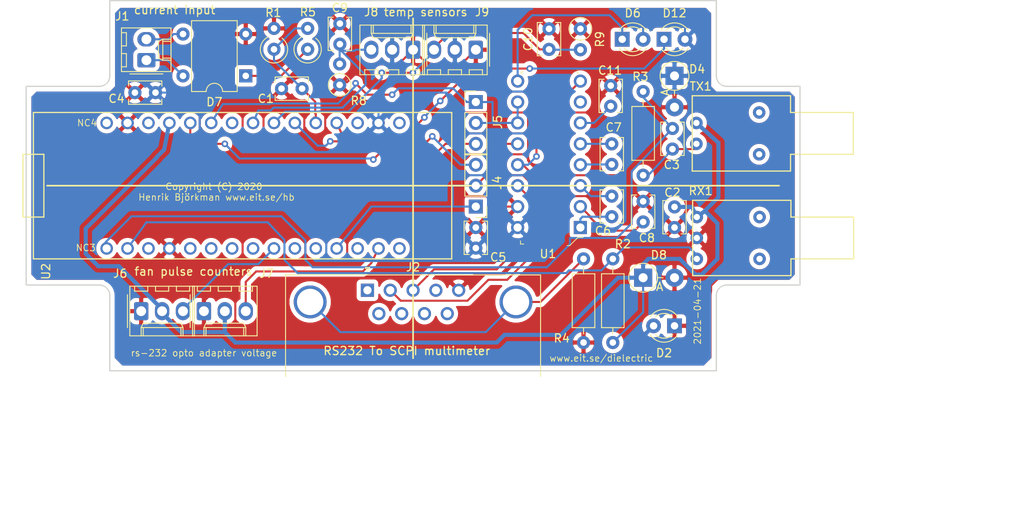
<source format=kicad_pcb>
(kicad_pcb (version 20171130) (host pcbnew 5.1.5+dfsg1-2build2)
  (layers (0 F.Cu signal) (31 B.Cu signal) (34 B.Paste user) (35 F.Paste user) (36 B.SilkS user) (37 F.SilkS user) (38 B.Mask user) (39 F.Mask user) (44 Edge.Cuts user))
  (net 0 "")
  (net 1 "Net-(C3-Pad1)")
  (net 2 "Net-(TX1-Pad3)")
  (net 3 "Net-(TX1-Pad4)")
  (net 4 "Net-(RX1-Pad4)")
  (net 5 "Net-(RX1-Pad5)")
  (net 6 "Net-(C3-Pad2)")
  (net 7 GND)
  (net 8 +5V)
  (net 9 "Net-(U2-Pad3)")
  (net 10 "Net-(U2-Pad10)")
  (net 11 "Net-(U2-Pad11)")
  (net 12 "Net-(J4-Pad1)")
  (net 13 "Net-(U2-Pad16)")
  (net 14 "Net-(J4-Pad3)")
  (net 15 "Net-(J5-Pad1)")
  (net 16 "Net-(J5-Pad3)")
  (net 17 "Net-(U2-Pad28)")
  (net 18 "Net-(C6-Pad2)")
  (net 19 "Net-(C8-Pad2)")
  (net 20 "Net-(C6-Pad1)")
  (net 21 "Net-(C7-Pad2)")
  (net 22 "Net-(C7-Pad1)")
  (net 23 "Net-(J2-Pad2)")
  (net 24 "Net-(J2-Pad3)")
  (net 25 "Net-(J2-Pad0)")
  (net 26 "Net-(J2-Pad1)")
  (net 27 "Net-(J2-Pad4)")
  (net 28 "Net-(J2-Pad6)")
  (net 29 "Net-(J2-Pad7)")
  (net 30 "Net-(J2-Pad8)")
  (net 31 "Net-(J2-Pad9)")
  (net 32 "Net-(J6-Pad3)")
  (net 33 "Net-(U1-Pad7)")
  (net 34 "Net-(D12-Pad1)")
  (net 35 +3V3)
  (net 36 "Net-(U2-Pad8)")
  (net 37 "Net-(J7-Pad3)")
  (net 38 "Net-(U2-Pad18)")
  (net 39 "Net-(U2-Pad5)")
  (net 40 "Net-(U2-Pad6)")
  (net 41 "Net-(U2-Pad7)")
  (net 42 "Net-(U2-Pad13)")
  (net 43 "Net-(U2-Pad15)")
  (net 44 "Net-(U2-Pad24)")
  (net 45 "Net-(D6-Pad1)")
  (net 46 "Net-(R2-Pad1)")
  (net 47 "Net-(C10-Pad2)")
  (net 48 "Net-(C9-Pad2)")
  (net 49 "Net-(D7-Pad4)")
  (net 50 "Net-(D7-Pad3)")
  (net 51 "Net-(U2-Pad30)")
  (net 52 "Net-(C1-Pad2)")
  (net 53 "Net-(C11-Pad2)")
  (net 54 "Net-(D7-Pad1)")
  (module Resistor_THT:R_Axial_DIN0309_L9.0mm_D3.2mm_P2.54mm_Vertical (layer F.Cu) (at 101.4984 72.3392 90)
    (fp_text reference R5 (at 4.5212 0.0254 180) (layer F.SilkS))
    (fp_text value 47)
    (pad 2 thru_hole oval (at 2.54 0 90) (size 1.6 1.6) (drill 0.8) (layers *.Cu *.Mask) (net 52 "Net-(C1-Pad2)"))
    (pad 1 thru_hole circle (at 0 0 90) (size 1.6 1.6) (drill 0.8) (layers *.Cu *.Mask) (net 54 "Net-(D7-Pad1)"))
  )
  (module Resistor_THT:R_Axial_DIN0309_L9.0mm_D3.2mm_P2.54mm_Vertical (layer F.Cu) (at 97.409 72.3392 90)
    (fp_text reference R1 (at 4.445 -0.0762 180) (layer F.SilkS))
    (fp_text value 47)
    (pad 2 thru_hole oval (at 2.54 0 90) (size 1.6 1.6) (drill 0.8) (layers *.Cu *.Mask) (net 7 GND))
    (pad 1 thru_hole circle (at 0 0 90) (size 1.6 1.6) (drill 0.8) (layers *.Cu *.Mask) (net 52 "Net-(C1-Pad2)"))
  )
  (module Resistor_THT:R_Axial_DIN0207_L6.3mm_D2.5mm_P10.16mm_Horizontal (layer F.Cu) (at 135.001 97.79 270)
    (fp_text reference R4 (at 9.652 2.6416) (layer F.SilkS))
    (fp_text value 1k)
    (pad 1 thru_hole circle (at 0 0 270) (size 1.6 1.6) (drill 0.8) (layers *.Cu *.Mask) (net 25 "Net-(J2-Pad0)"))
    (pad 2 thru_hole oval (at 10.16 0 270) (size 1.6 1.6) (drill 0.8) (layers *.Cu *.Mask) (net 7 GND))
  )
  (module Connector_Dsub:DSUB-9_Male_Horizontal_P2.77x2.84mm_EdgePinOffset7.70mm_Housed_MountingHolesOffset9.12mm (layer F.Cu) (at 108.76 101.6)
    (fp_text reference J2 (at 5.54 -2.8) (layer F.SilkS))
    (fp_text value DB9_Male_MountingHoles-Connector)
    (pad 1 thru_hole rect (at 0 0) (size 1.6 1.6) (drill 1) (layers *.Cu *.Mask) (net 26 "Net-(J2-Pad1)"))
    (pad 2 thru_hole circle (at 2.77 0) (size 1.6 1.6) (drill 1) (layers *.Cu *.Mask) (net 23 "Net-(J2-Pad2)"))
    (pad 3 thru_hole circle (at 5.54 0) (size 1.6 1.6) (drill 1) (layers *.Cu *.Mask) (net 24 "Net-(J2-Pad3)"))
    (pad 4 thru_hole circle (at 8.31 0) (size 1.6 1.6) (drill 1) (layers *.Cu *.Mask) (net 27 "Net-(J2-Pad4)"))
    (pad 5 thru_hole circle (at 11.08 0) (size 1.6 1.6) (drill 1) (layers *.Cu *.Mask) (net 7 GND))
    (pad 6 thru_hole circle (at 1.385 2.84) (size 1.6 1.6) (drill 1) (layers *.Cu *.Mask) (net 28 "Net-(J2-Pad6)"))
    (pad 7 thru_hole circle (at 4.155 2.84) (size 1.6 1.6) (drill 1) (layers *.Cu *.Mask) (net 29 "Net-(J2-Pad7)"))
    (pad 8 thru_hole circle (at 6.925 2.84) (size 1.6 1.6) (drill 1) (layers *.Cu *.Mask) (net 30 "Net-(J2-Pad8)"))
    (pad 9 thru_hole circle (at 9.695 2.84) (size 1.6 1.6) (drill 1) (layers *.Cu *.Mask) (net 31 "Net-(J2-Pad9)"))
    (pad 0 thru_hole circle (at -6.96 1.42) (size 4 4) (drill 3.2) (layers *.Cu *.Mask) (net 25 "Net-(J2-Pad0)"))
    (pad 0 thru_hole circle (at 18.04 1.42) (size 4 4) (drill 3.2) (layers *.Cu *.Mask) (net 25 "Net-(J2-Pad0)"))
  )
  (module Capacitor_THT:C_Disc_D3.8mm_W2.6mm_P2.50mm (layer F.Cu) (at 138.303 76.748 270)
    (fp_text reference C11 (at -1.8434 0.0762) (layer F.SilkS))
    (fp_text value "0.1 uF")
    (pad 1 thru_hole circle (at 0 0 270) (size 1.6 1.6) (drill 0.8) (layers *.Cu *.Mask) (net 7 GND))
    (pad 2 thru_hole circle (at 2.5 0 270) (size 1.6 1.6) (drill 0.8) (layers *.Cu *.Mask) (net 53 "Net-(C11-Pad2)"))
  )
  (module Capacitor_THT:C_Disc_D3.8mm_W2.6mm_P2.50mm (layer F.Cu) (at 98.3234 77.1144)
    (fp_text reference C1 (at -1.905 1.2192 180) (layer F.SilkS))
    (fp_text value "10 nF")
    (pad 1 thru_hole circle (at 0 0) (size 1.6 1.6) (drill 0.8) (layers *.Cu *.Mask) (net 7 GND))
    (pad 2 thru_hole circle (at 2.5 0) (size 1.6 1.6) (drill 0.8) (layers *.Cu *.Mask) (net 52 "Net-(C1-Pad2)"))
  )
  (module Connector_Molex:Molex_KK-254_AE-6410-02A_1x02_P2.54mm_Vertical (layer F.Cu) (at 81.915 73.66 90)
    (fp_text reference J1 (at 5.334 -2.921 180) (layer F.SilkS))
    (fp_text value Conn_01x02)
    (pad 1 thru_hole roundrect (at 0 0 90) (size 1.74 2.2) (drill 1.2) (layers *.Cu *.Mask) (roundrect_rratio 0.143678) (net 49 "Net-(D7-Pad4)"))
    (pad 2 thru_hole oval (at 2.54 0 90) (size 1.74 2.2) (drill 1.2) (layers *.Cu *.Mask) (net 50 "Net-(D7-Pad3)"))
  )
  (module Diode_THT:Diode_Bridge_DIP-4_W7.62mm_P5.08mm (layer F.Cu) (at 93.98 75.565 180)
    (fp_text reference D7 (at 3.81 -3.175 180) (layer F.SilkS))
    (fp_text value D_Bridge_+-AA)
    (pad 4 thru_hole oval (at 7.62 0 180) (size 1.6 1.6) (drill 0.8) (layers *.Cu *.Mask) (net 49 "Net-(D7-Pad4)"))
    (pad 2 thru_hole oval (at 0 5.08 180) (size 1.6 1.6) (drill 0.8) (layers *.Cu *.Mask) (net 7 GND))
    (pad 3 thru_hole oval (at 7.62 5.08 180) (size 1.6 1.6) (drill 0.8) (layers *.Cu *.Mask) (net 50 "Net-(D7-Pad3)"))
    (pad 1 thru_hole rect (at 0 0 180) (size 1.6 1.6) (drill 0.8) (layers *.Cu *.Mask) (net 54 "Net-(D7-Pad1)"))
  )
  (module Connector_Molex:Molex_KK-254_AE-6410-03A_1x03_P2.54mm_Vertical (layer F.Cu) (at 114.3 72.39 180)
    (fp_text reference J8 (at 5.08 4.572 180) (layer F.SilkS))
    (fp_text value Conn_01x03 hide)
    (pad 1 thru_hole roundrect (at 0 0 180) (size 1.74 2.2) (drill 1.2) (layers *.Cu *.Mask) (roundrect_rratio 0.143678) (net 7 GND))
    (pad 2 thru_hole oval (at 2.54 0 180) (size 1.74 2.2) (drill 1.2) (layers *.Cu *.Mask) (net 35 +3V3))
    (pad 3 thru_hole oval (at 5.08 0 180) (size 1.74 2.2) (drill 1.2) (layers *.Cu *.Mask) (net 48 "Net-(C9-Pad2)"))
  )
  (module Resistor_THT:R_Axial_DIN0207_L6.3mm_D2.5mm_P2.54mm_Vertical (layer F.Cu) (at 105.3846 76.6572 90)
    (fp_text reference R8 (at -1.9304 2.3114 180) (layer F.SilkS))
    (fp_text value 1k)
    (pad 2 thru_hole oval (at 2.54 0 90) (size 1.6 1.6) (drill 0.8) (layers *.Cu *.Mask) (net 48 "Net-(C9-Pad2)"))
    (pad 1 thru_hole circle (at 0 0 90) (size 1.6 1.6) (drill 0.8) (layers *.Cu *.Mask) (net 7 GND))
  )
  (module Resistor_THT:R_Axial_DIN0207_L6.3mm_D2.5mm_P2.54mm_Vertical (layer F.Cu) (at 134.62 69.85 270)
    (fp_text reference R9 (at 1.27 -2.37 270) (layer F.SilkS))
    (fp_text value 1k)
    (pad 1 thru_hole circle (at 0 0 270) (size 1.6 1.6) (drill 0.8) (layers *.Cu *.Mask) (net 7 GND))
    (pad 2 thru_hole oval (at 2.54 0 270) (size 1.6 1.6) (drill 0.8) (layers *.Cu *.Mask) (net 47 "Net-(C10-Pad2)"))
  )
  (module Capacitor_THT:C_Disc_D3.8mm_W2.6mm_P2.50mm (layer F.Cu) (at 130.81 69.85 270)
    (fp_text reference C10 (at 1.25 2.54 270) (layer F.SilkS))
    (fp_text value "0.1 uF")
    (pad 2 thru_hole circle (at 2.5 0 270) (size 1.6 1.6) (drill 0.8) (layers *.Cu *.Mask) (net 47 "Net-(C10-Pad2)"))
    (pad 1 thru_hole circle (at 0 0 270) (size 1.6 1.6) (drill 0.8) (layers *.Cu *.Mask) (net 7 GND))
  )
  (module Capacitor_THT:C_Disc_D3.8mm_W2.6mm_P2.50mm (layer F.Cu) (at 105.41 69.215 270)
    (fp_text reference C9 (at -1.905 0) (layer F.SilkS))
    (fp_text value "0.1 uF")
    (pad 1 thru_hole circle (at 0 0 270) (size 1.6 1.6) (drill 0.8) (layers *.Cu *.Mask) (net 7 GND))
    (pad 2 thru_hole circle (at 2.5 0 270) (size 1.6 1.6) (drill 0.8) (layers *.Cu *.Mask) (net 48 "Net-(C9-Pad2)"))
  )
  (module eit_footprints:nucleo_nano (layer F.Cu) (at 64.385 88.9 90)
    (fp_text reference U2 (at -10.414 5.334 90) (layer F.SilkS))
    (fp_text value nucleo_nano)
    (pad 1 thru_hole circle (at -7.62 12.7 90) (size 1.524 1.524) (drill 1) (layers *.Cu *.Mask) (net 6 "Net-(C3-Pad2)"))
    (pad 2 thru_hole circle (at -7.62 15.24 90) (size 1.524 1.524) (drill 1) (layers *.Cu *.Mask) (net 46 "Net-(R2-Pad1)"))
    (pad 3 thru_hole circle (at -7.62 17.78 90) (size 1.524 1.524) (drill 1) (layers *.Cu *.Mask) (net 9 "Net-(U2-Pad3)"))
    (pad 4 thru_hole circle (at -7.62 20.32 90) (size 1.524 1.524) (drill 1) (layers *.Cu *.Mask) (net 7 GND))
    (pad 5 thru_hole circle (at -7.62 22.86 90) (size 1.524 1.524) (drill 1) (layers *.Cu *.Mask) (net 39 "Net-(U2-Pad5)"))
    (pad 6 thru_hole circle (at -7.62 25.4 90) (size 1.524 1.524) (drill 1) (layers *.Cu *.Mask) (net 40 "Net-(U2-Pad6)"))
    (pad 7 thru_hole circle (at -7.62 27.94 90) (size 1.524 1.524) (drill 1) (layers *.Cu *.Mask) (net 41 "Net-(U2-Pad7)"))
    (pad 8 thru_hole circle (at -7.62 30.48 90) (size 1.524 1.524) (drill 1) (layers *.Cu *.Mask) (net 36 "Net-(U2-Pad8)"))
    (pad 9 thru_hole circle (at -7.62 33.02 90) (size 1.524 1.524) (drill 1) (layers *.Cu *.Mask) (net 32 "Net-(J6-Pad3)"))
    (pad 10 thru_hole circle (at -7.62 35.56 90) (size 1.524 1.524) (drill 1) (layers *.Cu *.Mask) (net 10 "Net-(U2-Pad10)"))
    (pad 11 thru_hole circle (at -7.62 38.1 90) (size 1.524 1.524) (drill 1) (layers *.Cu *.Mask) (net 11 "Net-(U2-Pad11)"))
    (pad 12 thru_hole circle (at -7.62 40.64 90) (size 1.524 1.524) (drill 1) (layers *.Cu *.Mask) (net 12 "Net-(J4-Pad1)"))
    (pad 13 thru_hole circle (at -7.62 43.18 90) (size 1.524 1.524) (drill 1) (layers *.Cu *.Mask) (net 42 "Net-(U2-Pad13)"))
    (pad 14 thru_hole circle (at -7.62 45.72 90) (size 1.524 1.524) (drill 1) (layers *.Cu *.Mask) (net 37 "Net-(J7-Pad3)"))
    (pad 15 thru_hole circle (at -7.62 48.26 90) (size 1.524 1.524) (drill 1) (layers *.Cu *.Mask) (net 43 "Net-(U2-Pad15)"))
    (pad 16 thru_hole circle (at 7.62 48.26 90) (size 1.524 1.524) (drill 1) (layers *.Cu *.Mask) (net 13 "Net-(U2-Pad16)"))
    (pad 17 thru_hole circle (at 7.62 45.72 90) (size 1.524 1.524) (drill 1) (layers *.Cu *.Mask) (net 35 +3V3))
    (pad 18 thru_hole circle (at 7.62 43.18 90) (size 1.524 1.524) (drill 1) (layers *.Cu *.Mask) (net 38 "Net-(U2-Pad18)"))
    (pad 19 thru_hole circle (at 7.62 40.64 90) (size 1.524 1.524) (drill 1) (layers *.Cu *.Mask) (net 34 "Net-(D12-Pad1)"))
    (pad 20 thru_hole circle (at 7.62 38.1 90) (size 1.524 1.524) (drill 1) (layers *.Cu *.Mask) (net 52 "Net-(C1-Pad2)"))
    (pad 21 thru_hole circle (at 7.62 35.56 90) (size 1.524 1.524) (drill 1) (layers *.Cu *.Mask) (net 14 "Net-(J4-Pad3)"))
    (pad 22 thru_hole circle (at 7.62 33.02 90) (size 1.524 1.524) (drill 1) (layers *.Cu *.Mask) (net 47 "Net-(C10-Pad2)"))
    (pad 23 thru_hole circle (at 7.62 30.48 90) (size 1.524 1.524) (drill 1) (layers *.Cu *.Mask) (net 48 "Net-(C9-Pad2)"))
    (pad 24 thru_hole circle (at 7.62 27.94 90) (size 1.524 1.524) (drill 1) (layers *.Cu *.Mask) (net 44 "Net-(U2-Pad24)"))
    (pad 25 thru_hole circle (at 7.62 25.4 90) (size 1.524 1.524) (drill 1) (layers *.Cu *.Mask) (net 15 "Net-(J5-Pad1)"))
    (pad 26 thru_hole circle (at 7.62 22.86 90) (size 1.524 1.524) (drill 1) (layers *.Cu *.Mask) (net 16 "Net-(J5-Pad3)"))
    (pad 27 thru_hole circle (at 7.62 20.32 90) (size 1.524 1.524) (drill 1) (layers *.Cu *.Mask) (net 8 +5V))
    (pad 28 thru_hole circle (at 7.62 17.78 90) (size 1.524 1.524) (drill 1) (layers *.Cu *.Mask) (net 17 "Net-(U2-Pad28)"))
    (pad 29 thru_hole circle (at 7.62 15.24 90) (size 1.524 1.524) (drill 1) (layers *.Cu *.Mask) (net 7 GND))
    (pad 30 thru_hole circle (at 7.62 12.7 90) (size 1.524 1.524) (drill 1) (layers *.Cu *.Mask) (net 51 "Net-(U2-Pad30)"))
  )
  (module eit_footprints:opto_transmitter_broadwell (layer F.Cu) (at 152.52 73.66)
    (fp_text reference TX1 (at -3.295 3.175) (layer F.SilkS))
    (fp_text value opto_transmitter_broadcom)
    (pad 1 thru_hole circle (at -3.81 7.62) (size 1.524 1.524) (drill 0.762) (layers *.Cu *.Mask) (net 8 +5V))
    (pad 2 thru_hole circle (at -3.81 10.16) (size 1.524 1.524) (drill 0.762) (layers *.Cu *.Mask) (net 1 "Net-(C3-Pad1)"))
    (pad 3 thru_hole circle (at 3.81 6.35) (size 1.524 1.524) (drill 0.762) (layers *.Cu *.Mask) (net 2 "Net-(TX1-Pad3)"))
    (pad 4 thru_hole circle (at 3.81 11.43) (size 1.524 1.524) (drill 0.762) (layers *.Cu *.Mask) (net 3 "Net-(TX1-Pad4)"))
  )
  (module Connector_Molex:Molex_KK-254_AE-6410-03A_1x03_P2.54mm_Vertical (layer F.Cu) (at 121.92 72.39 180)
    (fp_text reference J9 (at -0.762 4.572 180) (layer F.SilkS))
    (fp_text value Conn_01x03 hide)
    (pad 3 thru_hole oval (at 5.08 0 180) (size 1.74 2.2) (drill 1.2) (layers *.Cu *.Mask) (net 47 "Net-(C10-Pad2)"))
    (pad 2 thru_hole oval (at 2.54 0 180) (size 1.74 2.2) (drill 1.2) (layers *.Cu *.Mask) (net 35 +3V3))
    (pad 1 thru_hole roundrect (at 0 0 180) (size 1.74 2.2) (drill 1.2) (layers *.Cu *.Mask) (roundrect_rratio 0.143678) (net 7 GND))
  )
  (module Connector_Molex:Molex_KK-254_AE-6410-03A_1x03_P2.54mm_Vertical (layer F.Cu) (at 88.9 104.14)
    (fp_text reference J7 (at 7.62 -4.572) (layer F.SilkS))
    (fp_text value Conn_01x03 hide)
    (pad 3 thru_hole oval (at 5.08 0) (size 1.74 2.2) (drill 1.2) (layers *.Cu *.Mask) (net 37 "Net-(J7-Pad3)"))
    (pad 2 thru_hole oval (at 2.54 0) (size 1.74 2.2) (drill 1.2) (layers *.Cu *.Mask) (net 8 +5V))
    (pad 1 thru_hole roundrect (at 0 0) (size 1.74 2.2) (drill 1.2) (layers *.Cu *.Mask) (roundrect_rratio 0.143678) (net 7 GND))
  )
  (module Connector_Molex:Molex_KK-254_AE-6410-03A_1x03_P2.54mm_Vertical (layer F.Cu) (at 81.28 104.14)
    (fp_text reference J6 (at -2.54 -4.572) (layer F.SilkS))
    (fp_text value Conn_01x03 hide)
    (pad 1 thru_hole roundrect (at 0 0) (size 1.74 2.2) (drill 1.2) (layers *.Cu *.Mask) (roundrect_rratio 0.143678) (net 7 GND))
    (pad 2 thru_hole oval (at 2.54 0) (size 1.74 2.2) (drill 1.2) (layers *.Cu *.Mask) (net 8 +5V))
    (pad 3 thru_hole oval (at 5.08 0) (size 1.74 2.2) (drill 1.2) (layers *.Cu *.Mask) (net 32 "Net-(J6-Pad3)"))
  )
  (module Capacitor_THT:C_Disc_D3.8mm_W2.6mm_P2.50mm (layer F.Cu) (at 121.92 93.98 270)
    (fp_text reference C5 (at 3.6068 -2.7178) (layer F.SilkS))
    (fp_text value "0.1 uF")
    (pad 1 thru_hole circle (at 0 0 270) (size 1.6 1.6) (drill 0.8) (layers *.Cu *.Mask) (net 7 GND))
    (pad 2 thru_hole circle (at 2.5 0 270) (size 1.6 1.6) (drill 0.8) (layers *.Cu *.Mask) (net 35 +3V3))
  )
  (module Diode_THT:D_DO-41_SOD81_P3.81mm_Vertical_AnodeUp (layer F.Cu) (at 142.24 100.076)
    (fp_text reference D8 (at 1.905 -2.750635) (layer F.SilkS))
    (fp_text value D_Zener)
    (fp_text user A (at 2.01 1.1) (layer F.SilkS))
    (pad 1 thru_hole rect (at 0 0) (size 2.2 2.2) (drill 1.1) (layers *.Cu *.Mask) (net 8 +5V))
    (pad 2 thru_hole oval (at 3.81 0) (size 2.2 2.2) (drill 1.1) (layers *.Cu *.Mask) (net 7 GND))
  )
  (module Diode_THT:D_DO-41_SOD81_P3.81mm_Vertical_AnodeUp (layer F.Cu) (at 146.05 75.565 270)
    (fp_text reference D4 (at -0.8128 -2.7432) (layer F.SilkS))
    (fp_text value D_Zener)
    (fp_text user A (at 2.01 1.1 270) (layer F.SilkS))
    (pad 1 thru_hole rect (at 0 0 270) (size 2.2 2.2) (drill 1.1) (layers *.Cu *.Mask) (net 35 +3V3))
    (pad 2 thru_hole oval (at 3.81 0 270) (size 2.2 2.2) (drill 1.1) (layers *.Cu *.Mask) (net 7 GND))
  )
  (module LED_THT:LED_D3.0mm (layer F.Cu) (at 146.05 105.918 180)
    (fp_text reference D2 (at 1.27 -3.302 180) (layer F.SilkS))
    (fp_text value LED)
    (pad 1 thru_hole rect (at 0 0 180) (size 1.8 1.8) (drill 0.9) (layers *.Cu *.Mask) (net 7 GND))
    (pad 2 thru_hole circle (at 2.54 0 180) (size 1.8 1.8) (drill 0.9) (layers *.Cu *.Mask) (net 35 +3V3))
  )
  (module LED_THT:LED_D3.0mm (layer F.Cu) (at 144.78 71.12)
    (fp_text reference D12 (at 1.27 -3.175) (layer F.SilkS))
    (fp_text value LED)
    (pad 2 thru_hole circle (at 2.54 0) (size 1.8 1.8) (drill 0.9) (layers *.Cu *.Mask) (net 35 +3V3))
    (pad 1 thru_hole rect (at 0 0) (size 1.8 1.8) (drill 0.9) (layers *.Cu *.Mask) (net 34 "Net-(D12-Pad1)"))
  )
  (module LED_THT:LED_D3.0mm (layer F.Cu) (at 139.7 71.12)
    (fp_text reference D6 (at 1.27 -3.175) (layer F.SilkS))
    (fp_text value LED)
    (pad 2 thru_hole circle (at 2.54 0) (size 1.8 1.8) (drill 0.9) (layers *.Cu *.Mask) (net 35 +3V3))
    (pad 1 thru_hole rect (at 0 0) (size 1.8 1.8) (drill 0.9) (layers *.Cu *.Mask) (net 45 "Net-(D6-Pad1)"))
  )
  (module Capacitor_THT:C_Disc_D3.8mm_W2.6mm_P2.50mm (layer F.Cu) (at 138.43 83.82 270)
    (fp_text reference C7 (at -2.0066 -0.2286) (layer F.SilkS))
    (fp_text value "0.1 uF")
    (pad 1 thru_hole circle (at 0 0 270) (size 1.6 1.6) (drill 0.8) (layers *.Cu *.Mask) (net 22 "Net-(C7-Pad1)"))
    (pad 2 thru_hole circle (at 2.5 0 270) (size 1.6 1.6) (drill 0.8) (layers *.Cu *.Mask) (net 21 "Net-(C7-Pad2)"))
  )
  (module Capacitor_THT:C_Disc_D3.8mm_W2.6mm_P2.50mm (layer F.Cu) (at 142.24 90.805 270)
    (fp_text reference C8 (at 4.445 -0.4572) (layer F.SilkS))
    (fp_text value "0.1 uF")
    (pad 2 thru_hole circle (at 2.5 0 270) (size 1.6 1.6) (drill 0.8) (layers *.Cu *.Mask) (net 19 "Net-(C8-Pad2)"))
    (pad 1 thru_hole circle (at 0 0 270) (size 1.6 1.6) (drill 0.8) (layers *.Cu *.Mask) (net 7 GND))
  )
  (module Capacitor_THT:C_Disc_D3.8mm_W2.6mm_P2.50mm (layer F.Cu) (at 138.43 90.17 270)
    (fp_text reference C6 (at 4.2164 1.0668) (layer F.SilkS))
    (fp_text value "0.1 uF")
    (pad 1 thru_hole circle (at 0 0 270) (size 1.6 1.6) (drill 0.8) (layers *.Cu *.Mask) (net 20 "Net-(C6-Pad1)"))
    (pad 2 thru_hole circle (at 2.5 0 270) (size 1.6 1.6) (drill 0.8) (layers *.Cu *.Mask) (net 18 "Net-(C6-Pad2)"))
  )
  (module Capacitor_THT:C_Disc_D3.8mm_W2.6mm_P2.50mm (layer F.Cu) (at 80.518 77.597)
    (fp_text reference C4 (at -2.2352 0.7366) (layer F.SilkS))
    (fp_text value "0.1 uF")
    (pad 2 thru_hole circle (at 2.5 0) (size 1.6 1.6) (drill 0.8) (layers *.Cu *.Mask) (net 35 +3V3))
    (pad 1 thru_hole circle (at 0 0) (size 1.6 1.6) (drill 0.8) (layers *.Cu *.Mask) (net 7 GND))
  )
  (module Capacitor_THT:C_Disc_D3.8mm_W2.6mm_P2.50mm (layer F.Cu) (at 146.05 93.98 90)
    (fp_text reference C2 (at 4.2418 -0.254 180) (layer F.SilkS))
    (fp_text value 0.1u)
    (pad 1 thru_hole circle (at 0 0 90) (size 1.6 1.6) (drill 0.8) (layers *.Cu *.Mask) (net 7 GND))
    (pad 2 thru_hole circle (at 2.5 0 90) (size 1.6 1.6) (drill 0.8) (layers *.Cu *.Mask) (net 8 +5V))
  )
  (module Connector_PinHeader_2.54mm:PinHeader_1x03_P2.54mm_Vertical (layer F.Cu) (at 121.92 91.44 180)
    (fp_text reference J4 (at -2.5908 2.8956 -90) (layer F.SilkS))
    (fp_text value Conn_01x03 hide)
    (pad 3 thru_hole oval (at 0 5.08 180) (size 1.7 1.7) (drill 1) (layers *.Cu *.Mask) (net 14 "Net-(J4-Pad3)"))
    (pad 2 thru_hole oval (at 0 2.54 180) (size 1.7 1.7) (drill 1) (layers *.Cu *.Mask) (net 12 "Net-(J4-Pad1)"))
    (pad 1 thru_hole rect (at 0 0 180) (size 1.7 1.7) (drill 1) (layers *.Cu *.Mask) (net 12 "Net-(J4-Pad1)"))
  )
  (module Connector_PinHeader_2.54mm:PinHeader_1x03_P2.54mm_Vertical (layer F.Cu) (at 121.92 78.74)
    (fp_text reference J5 (at 2.667 2.4384 -270) (layer F.SilkS))
    (fp_text value Conn_01x03 hide)
    (pad 1 thru_hole rect (at 0 0) (size 1.7 1.7) (drill 1) (layers *.Cu *.Mask) (net 15 "Net-(J5-Pad1)"))
    (pad 2 thru_hole oval (at 0 2.54) (size 1.7 1.7) (drill 1) (layers *.Cu *.Mask) (net 15 "Net-(J5-Pad1)"))
    (pad 3 thru_hole oval (at 0 5.08) (size 1.7 1.7) (drill 1) (layers *.Cu *.Mask) (net 16 "Net-(J5-Pad3)"))
  )
  (module Resistor_THT:R_Axial_DIN0207_L6.3mm_D2.5mm_P10.16mm_Horizontal (layer F.Cu) (at 138.557 97.79 270)
    (fp_text reference R2 (at -1.8034 -1.2192) (layer F.SilkS))
    (fp_text value 1k)
    (pad 2 thru_hole oval (at 10.16 0 270) (size 1.6 1.6) (drill 0.8) (layers *.Cu *.Mask) (net 8 +5V))
    (pad 1 thru_hole circle (at 0 0 270) (size 1.6 1.6) (drill 0.8) (layers *.Cu *.Mask) (net 46 "Net-(R2-Pad1)"))
  )
  (module digikey-footprints:DIP-16_W7.62mm (layer F.Cu) (at 134.62 93.98 180)
    (fp_text reference U1 (at 3.94 -3.2 180) (layer F.SilkS))
    (fp_text value MAX232N-dk_Interface-Drivers-Receivers-Transceivers hide)
    (pad 1 thru_hole rect (at 0 0 180) (size 1.6 1.6) (drill 1) (layers *.Cu *.Mask) (net 18 "Net-(C6-Pad2)"))
    (pad 2 thru_hole circle (at 0 2.54 180) (size 1.6 1.6) (drill 1) (layers *.Cu *.Mask) (net 19 "Net-(C8-Pad2)"))
    (pad 3 thru_hole circle (at 0 5.08 180) (size 1.6 1.6) (drill 1) (layers *.Cu *.Mask) (net 20 "Net-(C6-Pad1)"))
    (pad 4 thru_hole circle (at 0 7.62 180) (size 1.6 1.6) (drill 1) (layers *.Cu *.Mask) (net 21 "Net-(C7-Pad2)"))
    (pad 5 thru_hole circle (at 0 10.16 180) (size 1.6 1.6) (drill 1) (layers *.Cu *.Mask) (net 22 "Net-(C7-Pad1)"))
    (pad 6 thru_hole circle (at 0 12.7 180) (size 1.6 1.6) (drill 1) (layers *.Cu *.Mask) (net 53 "Net-(C11-Pad2)"))
    (pad 7 thru_hole circle (at 0 15.24 180) (size 1.6 1.6) (drill 1) (layers *.Cu *.Mask) (net 33 "Net-(U1-Pad7)"))
    (pad 10 thru_hole circle (at 7.62 15.24 180) (size 1.6 1.6) (drill 1) (layers *.Cu *.Mask) (net 15 "Net-(J5-Pad1)"))
    (pad 11 thru_hole circle (at 7.62 12.7 180) (size 1.6 1.6) (drill 1) (layers *.Cu *.Mask) (net 15 "Net-(J5-Pad1)"))
    (pad 12 thru_hole circle (at 7.62 10.16 180) (size 1.6 1.6) (drill 1) (layers *.Cu *.Mask) (net 12 "Net-(J4-Pad1)"))
    (pad 13 thru_hole circle (at 7.62 7.62 180) (size 1.6 1.6) (drill 1) (layers *.Cu *.Mask) (net 23 "Net-(J2-Pad2)"))
    (pad 14 thru_hole circle (at 7.62 5.08 180) (size 1.6 1.6) (drill 1) (layers *.Cu *.Mask) (net 24 "Net-(J2-Pad3)"))
    (pad 15 thru_hole circle (at 7.62 2.54 180) (size 1.6 1.6) (drill 1) (layers *.Cu *.Mask) (net 7 GND))
    (pad 16 thru_hole circle (at 7.62 0 180) (size 1.6 1.6) (drill 1) (layers *.Cu *.Mask) (net 35 +3V3))
    (pad 8 thru_hole circle (at 0 17.78 180) (size 1.6 1.6) (drill 1) (layers *.Cu *.Mask) (net 23 "Net-(J2-Pad2)"))
    (pad 9 thru_hole circle (at 7.62 17.78 180) (size 1.6 1.6) (drill 1) (layers *.Cu *.Mask) (net 45 "Net-(D6-Pad1)"))
  )
  (module Capacitor_THT:C_Disc_D3.8mm_W2.6mm_P2.50mm (layer F.Cu) (at 145.8 84.455 90)
    (fp_text reference C3 (at -1.905 -0.0802 180) (layer F.SilkS))
    (fp_text value 10n)
    (pad 2 thru_hole circle (at 2.5 0 90) (size 1.6 1.6) (drill 0.8) (layers *.Cu *.Mask) (net 6 "Net-(C3-Pad2)"))
    (pad 1 thru_hole circle (at 0 0 90) (size 1.6 1.6) (drill 0.8) (layers *.Cu *.Mask) (net 1 "Net-(C3-Pad1)"))
  )
  (module Resistor_THT:R_Axial_DIN0207_L6.3mm_D2.5mm_P10.16mm_Horizontal (layer F.Cu) (at 142.24 87.63 90)
    (fp_text reference R3 (at 11.9634 -0.3302 180) (layer F.SilkS))
    (fp_text value 100)
    (pad 1 thru_hole circle (at 0 0 90) (size 1.6 1.6) (drill 0.8) (layers *.Cu *.Mask) (net 1 "Net-(C3-Pad1)"))
    (pad 2 thru_hole oval (at 10.16 0 90) (size 1.6 1.6) (drill 0.8) (layers *.Cu *.Mask) (net 6 "Net-(C3-Pad2)"))
  )
  (module eit_footprints:opto_receiver_broadwell (layer F.Cu) (at 152.57 86.36)
    (fp_text reference RX1 (at -3.345 3.175) (layer F.SilkS))
    (fp_text value opto_receiver_broadcom)
    (pad 1 thru_hole circle (at -3.81 6.35) (size 1.524 1.524) (drill 0.762) (layers *.Cu *.Mask) (net 8 +5V))
    (pad 2 thru_hole circle (at -3.81 8.89) (size 1.524 1.524) (drill 0.762) (layers *.Cu *.Mask) (net 7 GND))
    (pad 3 thru_hole circle (at -3.81 11.43) (size 1.524 1.524) (drill 0.762) (layers *.Cu *.Mask) (net 46 "Net-(R2-Pad1)"))
    (pad 4 thru_hole circle (at 3.81 6.35) (size 1.524 1.524) (drill 0.762) (layers *.Cu *.Mask) (net 4 "Net-(RX1-Pad4)"))
    (pad 5 thru_hole circle (at 3.81 11.43) (size 1.524 1.524) (drill 0.762) (layers *.Cu *.Mask) (net 5 "Net-(RX1-Pad5)"))
  )
  (gr_text "RS232 To SCPI multimeter" (at 113.538 108.966) (layer F.SilkS) (effects (font (size 1 1))))
  (gr_text "fan pulse counters" (at 87.63 99.314) (layer F.SilkS) (effects (font (size 1 1))))
  (gr_text "current input" (at 85.344 67.564) (layer F.SilkS) (effects (font (size 1 1))))
  (gr_text "temp sensors" (at 115.824 67.818) (layer F.SilkS) (effects (font (size 1 1))))
  (gr_text 2021-04-21 (at 148.844 104.14 90) (layer F.SilkS) (effects (font (size 0.8 0.8) (thickness 0.1))))
  (gr_text NC3 (at 74.549 96.4438) (layer F.SilkS) (effects (font (size 0.8 0.8) (thickness 0.1))))
  (gr_text NC4 (at 74.7014 81.28) (layer F.SilkS) (effects (font (size 0.8 0.8) (thickness 0.1))))
  (gr_text www.eit.se/dielectric (at 137.16 109.855) (layer F.SilkS) (effects (font (size 0.8 0.8) (thickness 0.1))))
  (gr_text "rs-232 opto adapter voltage" (at 88.9 109.22) (layer F.SilkS) (effects (font (size 0.8 0.8) (thickness 0.1))))
  (gr_line (start 158.75 88.9) (end 69.85 88.9) (layer F.SilkS) (width 0.2))
  (gr_line (start 114.3 109.855) (end 114.3 68.58) (layer F.SilkS) (width 0.2))
  (gr_text "Copyright (C) 2020 \nHenrik Björkman www.eit.se/hb" (at 90.424 89.662) (layer F.SilkS) (effects (font (size 0.8 0.8) (thickness 0.1))))
  (gr_arc (start 152.4 102.235) (end 152.4 100.965) (angle -90) (layer Edge.Cuts) (width 0.15))
  (gr_arc (start 152.4 75.565) (end 151.13 75.565) (angle -90) (layer Edge.Cuts) (width 0.15))
  (gr_arc (start 76.2 75.565) (end 76.2 76.835) (angle -90) (layer Edge.Cuts) (width 0.15))
  (gr_arc (start 76.2 102.235) (end 77.47 102.235) (angle -90) (layer Edge.Cuts) (width 0.15))
  (gr_line (start 151.13 102.235) (end 151.13 111.375) (layer Edge.Cuts) (width 0.15))
  (gr_line (start 161.29 100.965) (end 152.4 100.965) (layer Edge.Cuts) (width 0.15))
  (gr_line (start 77.47 102.235) (end 77.47 111.375) (layer Edge.Cuts) (width 0.15))
  (gr_line (start 67.31 100.965) (end 76.2 100.965) (layer Edge.Cuts) (width 0.15))
  (gr_line (start 76.2 76.835) (end 67.31 76.835) (layer Edge.Cuts) (width 0.15))
  (gr_line (start 77.47 66.425) (end 77.47 75.565) (layer Edge.Cuts) (width 0.15))
  (gr_line (start 151.13 75.565) (end 151.13 66.425) (layer Edge.Cuts) (width 0.15))
  (gr_line (start 161.29 76.835) (end 152.4 76.835) (layer Edge.Cuts) (width 0.15))
  (gr_line (start 151.13 66.425) (end 77.47 66.425) (layer Edge.Cuts) (width 0.15))
  (gr_line (start 161.29 100.965) (end 161.29 76.835) (layer Edge.Cuts) (width 0.15))
  (gr_line (start 77.47 111.375) (end 151.13 111.375) (layer Edge.Cuts) (width 0.15))
  (gr_line (start 67.31 76.835) (end 67.31 100.965) (layer Edge.Cuts) (width 0.15))
  (segment (start 142.875 87.63) (end 142.24 87.63) (width 0.25) (layer B.Cu) (net 1))
  (segment (start 145.8 84.455) (end 142.875 87.63) (width 0.25) (layer B.Cu) (net 1))
  (segment (start 148.53237 84.455) (end 145.8 84.455) (width 0.25) (layer F.Cu) (net 1))
  (segment (start 148.71 83.82) (end 148.53237 84.455) (width 0.25) (layer F.Cu) (net 1))
  (segment (start 129.286 98.806) (end 128.27 98.806) (width 0.25) (layer B.Cu) (net 6))
  (segment (start 145.8 81.955) (end 142.24 78.145) (width 0.25) (layer B.Cu) (net 6))
  (segment (start 142.24 78.145) (end 142.24 77.47) (width 0.25) (layer B.Cu) (net 6))
  (segment (start 140.843 87.162) (end 145.8 81.955) (width 0.25) (layer B.Cu) (net 6))
  (segment (start 130.55741 98.806) (end 133.35 96.01341) (width 0.25) (layer B.Cu) (net 6))
  (segment (start 133.35 96.01341) (end 133.35 95.25) (width 0.25) (layer B.Cu) (net 6))
  (segment (start 133.35 95.25) (end 139.065 95.25) (width 0.25) (layer B.Cu) (net 6))
  (segment (start 139.065 95.25) (end 140.843 93.472) (width 0.25) (layer B.Cu) (net 6))
  (segment (start 140.843 93.472) (end 140.843 87.162) (width 0.25) (layer B.Cu) (net 6))
  (segment (start 128.27 98.806) (end 130.55741 98.806) (width 0.25) (layer B.Cu) (net 6))
  (segment (start 102.108 98.806) (end 101.219 97.917) (width 0.25) (layer B.Cu) (net 6))
  (segment (start 128.27 98.806) (end 102.108 98.806) (width 0.25) (layer B.Cu) (net 6))
  (segment (start 101.219 97.917) (end 101.219 95.540999) (width 0.25) (layer B.Cu) (net 6))
  (segment (start 98.298 92.619999) (end 80.100001 92.619999) (width 0.25) (layer B.Cu) (net 6))
  (segment (start 76.961999 95.758001) (end 77.085 96.52) (width 0.25) (layer B.Cu) (net 6))
  (segment (start 101.219 95.540999) (end 98.298 92.619999) (width 0.25) (layer B.Cu) (net 6))
  (segment (start 80.100001 92.619999) (end 76.961999 95.758001) (width 0.25) (layer B.Cu) (net 6))
  (segment (start 124.46 91.44) (end 121.92 93.98) (width 0.25) (layer F.Cu) (net 7))
  (segment (start 127 91.44) (end 124.46 91.44) (width 0.25) (layer F.Cu) (net 7))
  (segment (start 128.778 86.36) (end 131.826 89.408) (width 0.25) (layer F.Cu) (net 7))
  (segment (start 137.668 81.788) (end 135.89 80.01) (width 0.25) (layer F.Cu) (net 7))
  (segment (start 133.385998 80.01) (end 131.318 82.077998) (width 0.25) (layer F.Cu) (net 7))
  (segment (start 135.89 80.01) (end 133.385998 80.01) (width 0.25) (layer F.Cu) (net 7))
  (segment (start 144.272 86.868) (end 139.192 81.788) (width 0.25) (layer F.Cu) (net 7))
  (segment (start 143.764 88.392) (end 144.272 87.884) (width 0.25) (layer F.Cu) (net 7))
  (segment (start 144.272 87.884) (end 144.272 86.868) (width 0.25) (layer F.Cu) (net 7))
  (segment (start 139.192 81.788) (end 137.668 81.788) (width 0.25) (layer F.Cu) (net 7))
  (segment (start 128.27 85.852) (end 128.778 86.36) (width 0.25) (layer F.Cu) (net 7))
  (segment (start 128.27 85.09) (end 128.27 85.852) (width 0.25) (layer F.Cu) (net 7))
  (segment (start 128.27 85.09) (end 126.238 85.09) (width 0.25) (layer F.Cu) (net 7))
  (segment (start 125.476 89.916) (end 127 91.44) (width 0.25) (layer F.Cu) (net 7))
  (segment (start 126.238 85.09) (end 125.476 85.852) (width 0.25) (layer F.Cu) (net 7))
  (segment (start 143.764 89.916) (end 143.764 88.392) (width 0.25) (layer F.Cu) (net 7))
  (segment (start 143.764 91.694) (end 143.764 89.916) (width 0.25) (layer F.Cu) (net 7))
  (segment (start 92.71 101.6) (end 92.71 106.172) (width 0.25) (layer F.Cu) (net 7))
  (segment (start 92.27101 101.16101) (end 92.71 101.6) (width 0.25) (layer F.Cu) (net 7))
  (segment (start 90.67899 101.16101) (end 92.27101 101.16101) (width 0.25) (layer F.Cu) (net 7))
  (segment (start 88.9 104.14) (end 88.9 102.94) (width 0.25) (layer F.Cu) (net 7))
  (segment (start 88.9 102.94) (end 90.67899 101.16101) (width 0.25) (layer F.Cu) (net 7))
  (segment (start 131.826 90.17) (end 136.398 90.17) (width 0.25) (layer F.Cu) (net 7))
  (segment (start 131.826 89.408) (end 131.826 90.17) (width 0.25) (layer F.Cu) (net 7))
  (segment (start 124.079 80.01) (end 119.253 80.01) (width 0.25) (layer F.Cu) (net 7))
  (segment (start 128.016 80.01) (end 128.27 80.264) (width 0.25) (layer F.Cu) (net 7))
  (segment (start 128.016 80.01) (end 124.079 80.01) (width 0.25) (layer F.Cu) (net 7))
  (segment (start 128.27 82.55) (end 124.333 82.55) (width 0.25) (layer F.Cu) (net 7))
  (segment (start 128.27 82.55) (end 128.27 85.09) (width 0.25) (layer F.Cu) (net 7))
  (segment (start 128.27 80.264) (end 128.27 82.55) (width 0.25) (layer F.Cu) (net 7))
  (segment (start 95.377 82.804) (end 100.33 82.804) (width 0.25) (layer F.Cu) (net 7))
  (segment (start 93.472 82.804) (end 95.377 82.804) (width 0.25) (layer F.Cu) (net 7))
  (segment (start 123.317 82.677) (end 123.19 82.55) (width 0.25) (layer F.Cu) (net 7))
  (segment (start 123.19 82.55) (end 119.634 82.55) (width 0.25) (layer F.Cu) (net 7))
  (segment (start 125.73 90.17) (end 119.888 90.17) (width 0.25) (layer F.Cu) (net 7))
  (segment (start 119.634 82.55) (end 118.999 81.915) (width 0.25) (layer F.Cu) (net 7))
  (segment (start 118.999 81.915) (end 118.999 78.994) (width 0.25) (layer F.Cu) (net 7))
  (segment (start 123.825 77.089) (end 124.079 77.343) (width 0.25) (layer F.Cu) (net 7))
  (segment (start 121.28641 85.09) (end 123.317 85.09) (width 0.25) (layer F.Cu) (net 7))
  (segment (start 120.904 77.089) (end 123.825 77.089) (width 0.25) (layer F.Cu) (net 7))
  (segment (start 123.317 85.09) (end 123.317 82.677) (width 0.25) (layer F.Cu) (net 7))
  (segment (start 119.888 86.48841) (end 121.28641 85.09) (width 0.25) (layer F.Cu) (net 7))
  (segment (start 127 91.44) (end 125.73 90.17) (width 0.25) (layer F.Cu) (net 7))
  (segment (start 119.888 90.17) (end 119.888 86.48841) (width 0.25) (layer F.Cu) (net 7))
  (segment (start 118.999 78.994) (end 120.904 77.089) (width 0.25) (layer F.Cu) (net 7))
  (segment (start 133.096 72.263) (end 133.096 71.374) (width 0.25) (layer F.Cu) (net 7))
  (segment (start 131.572 73.787) (end 133.096 72.263) (width 0.25) (layer F.Cu) (net 7))
  (segment (start 130.048 73.787) (end 131.572 73.787) (width 0.25) (layer F.Cu) (net 7))
  (segment (start 133.096 71.374) (end 134.62 69.85) (width 0.25) (layer F.Cu) (net 7))
  (segment (start 121.92 72.39) (end 128.651 72.39) (width 0.25) (layer F.Cu) (net 7))
  (segment (start 128.651 72.39) (end 130.048 73.787) (width 0.25) (layer F.Cu) (net 7))
  (segment (start 127.889 77.47) (end 124.841 77.47) (width 0.25) (layer F.Cu) (net 7))
  (segment (start 130.048 73.787) (end 130.048 75.311) (width 0.25) (layer F.Cu) (net 7))
  (segment (start 130.048 75.311) (end 127.889 77.47) (width 0.25) (layer F.Cu) (net 7))
  (segment (start 116.368999 74.458999) (end 115.239773 73.329773) (width 0.25) (layer F.Cu) (net 7))
  (segment (start 115.239773 73.329773) (end 114.3 72.39) (width 0.25) (layer F.Cu) (net 7))
  (segment (start 119.851001 74.458999) (end 116.368999 74.458999) (width 0.25) (layer F.Cu) (net 7))
  (segment (start 121.92 72.39) (end 119.851001 74.458999) (width 0.25) (layer F.Cu) (net 7))
  (segment (start 116.368999 74.458999) (end 116.368999 79.411999) (width 0.25) (layer F.Cu) (net 7))
  (segment (start 116.368999 79.411999) (end 118.11 81.153) (width 0.25) (layer F.Cu) (net 7))
  (segment (start 118.11 81.153) (end 118.11 81.661) (width 0.25) (layer F.Cu) (net 7))
  (segment (start 89.916 76.454) (end 87.63 78.74) (width 0.25) (layer F.Cu) (net 7))
  (segment (start 89.916 72.78263) (end 89.916 76.454) (width 0.25) (layer F.Cu) (net 7))
  (segment (start 81.915 78.994) (end 87.63 78.994) (width 0.25) (layer F.Cu) (net 7))
  (segment (start 80.518 77.597) (end 81.915 78.994) (width 0.25) (layer F.Cu) (net 7))
  (segment (start 87.63 78.994) (end 87.63 78.74) (width 0.25) (layer F.Cu) (net 7))
  (segment (start 114.3 72.39) (end 112.522 74.168) (width 0.25) (layer F.Cu) (net 7))
  (segment (start 108.458 74.168) (end 106.299 76.327) (width 0.25) (layer F.Cu) (net 7))
  (segment (start 112.522 74.168) (end 108.458 74.168) (width 0.25) (layer F.Cu) (net 7))
  (segment (start 114.808 79.883) (end 102.87 79.883) (width 0.25) (layer F.Cu) (net 7))
  (segment (start 116.368999 79.411999) (end 115.279001 79.411999) (width 0.25) (layer F.Cu) (net 7))
  (segment (start 115.279001 79.411999) (end 114.808 79.883) (width 0.25) (layer F.Cu) (net 7))
  (segment (start 139.192 87.63) (end 140.716 89.154) (width 0.25) (layer F.Cu) (net 7))
  (segment (start 133.35 87.63) (end 139.192 87.63) (width 0.25) (layer F.Cu) (net 7))
  (segment (start 131.826 89.408) (end 131.826 89.154) (width 0.25) (layer F.Cu) (net 7))
  (segment (start 131.826 89.154) (end 133.35 87.63) (width 0.25) (layer F.Cu) (net 7))
  (segment (start 88.392 79.756) (end 87.63 78.994) (width 0.25) (layer F.Cu) (net 7))
  (segment (start 93.472 82.804) (end 88.392 82.804) (width 0.25) (layer F.Cu) (net 7))
  (segment (start 88.392 82.804) (end 88.392 79.756) (width 0.25) (layer F.Cu) (net 7))
  (segment (start 93.599 82.677) (end 93.472 82.804) (width 0.25) (layer F.Cu) (net 7))
  (segment (start 92.71 77.724) (end 93.599 78.613) (width 0.25) (layer F.Cu) (net 7))
  (segment (start 93.599 78.613) (end 93.599 82.677) (width 0.25) (layer F.Cu) (net 7))
  (segment (start 96.139 82.042) (end 95.377 82.804) (width 0.25) (layer F.Cu) (net 7))
  (segment (start 95.25 77.978) (end 96.139 78.867) (width 0.25) (layer F.Cu) (net 7))
  (segment (start 96.139 78.867) (end 96.139 82.042) (width 0.25) (layer F.Cu) (net 7))
  (segment (start 100.33 82.804) (end 101.092 82.042) (width 0.25) (layer F.Cu) (net 7))
  (segment (start 101.092 80.645) (end 100.33 79.883) (width 0.25) (layer F.Cu) (net 7))
  (segment (start 101.092 82.042) (end 101.092 80.645) (width 0.25) (layer F.Cu) (net 7))
  (segment (start 103.632 80.01) (end 103.505 79.883) (width 0.25) (layer F.Cu) (net 7))
  (segment (start 103.632 82.296) (end 103.632 80.01) (width 0.25) (layer F.Cu) (net 7))
  (segment (start 100.33 82.804) (end 103.124 82.804) (width 0.25) (layer F.Cu) (net 7))
  (segment (start 103.124 82.804) (end 103.632 82.296) (width 0.25) (layer F.Cu) (net 7))
  (segment (start 106.299 95.885) (end 105.41 94.996) (width 0.25) (layer F.Cu) (net 7))
  (segment (start 101.219 95.885) (end 101.219 98.425) (width 0.25) (layer F.Cu) (net 7))
  (segment (start 100.33 94.996) (end 101.219 95.885) (width 0.25) (layer F.Cu) (net 7))
  (segment (start 101.219 98.425) (end 101.092 98.552) (width 0.25) (layer F.Cu) (net 7))
  (segment (start 106.299 97.282) (end 106.299 95.885) (width 0.25) (layer F.Cu) (net 7))
  (segment (start 101.092 98.552) (end 105.029 98.552) (width 0.25) (layer F.Cu) (net 7))
  (segment (start 105.029 98.552) (end 106.299 97.282) (width 0.25) (layer F.Cu) (net 7))
  (segment (start 93.599 97.282) (end 93.091 97.79) (width 0.25) (layer F.Cu) (net 7))
  (segment (start 93.599 95.631) (end 93.599 97.282) (width 0.25) (layer F.Cu) (net 7))
  (segment (start 92.202 94.234) (end 93.599 95.631) (width 0.25) (layer F.Cu) (net 7))
  (segment (start 93.091 97.79) (end 92.71 97.79) (width 0.25) (layer F.Cu) (net 7))
  (segment (start 84.705 96.52) (end 86.106 94.234) (width 0.25) (layer F.Cu) (net 7))
  (segment (start 86.106 94.234) (end 92.202 94.234) (width 0.25) (layer F.Cu) (net 7))
  (segment (start 125.476 87.63) (end 125.476 89.916) (width 0.25) (layer F.Cu) (net 7))
  (segment (start 125.476 85.852) (end 125.476 87.63) (width 0.25) (layer F.Cu) (net 7))
  (segment (start 127.63359 87.63) (end 129.54 89.53641) (width 0.25) (layer F.Cu) (net 7))
  (segment (start 125.476 87.63) (end 127.63359 87.63) (width 0.25) (layer F.Cu) (net 7))
  (segment (start 129.54 89.53641) (end 129.54 95.25) (width 0.25) (layer F.Cu) (net 7))
  (segment (start 129.54 95.25) (end 125.095 99.695) (width 0.25) (layer F.Cu) (net 7))
  (segment (start 125.095 99.695) (end 121.745 99.695) (width 0.25) (layer F.Cu) (net 7))
  (segment (start 120.639999 100.800001) (end 119.84 101.6) (width 0.25) (layer F.Cu) (net 7))
  (segment (start 121.745 99.695) (end 120.639999 100.800001) (width 0.25) (layer F.Cu) (net 7))
  (segment (start 105.7148 76.327) (end 105.3846 76.6572) (width 0.25) (layer F.Cu) (net 7))
  (segment (start 106.299 76.327) (end 105.7148 76.327) (width 0.25) (layer F.Cu) (net 7))
  (segment (start 142.24 102.028) (end 142.24 100.076) (width 0.25) (layer B.Cu) (net 8))
  (segment (start 83.82 104.37) (end 83.82 104.14) (width 0.25) (layer F.Cu) (net 8))
  (segment (start 86.13 106.68) (end 83.82 104.37) (width 0.5) (layer B.Cu) (net 8))
  (segment (start 91.44 106.68) (end 86.13 106.68) (width 0.5) (layer B.Cu) (net 8))
  (segment (start 91.44 104.14) (end 91.44 106.68) (width 0.5) (layer B.Cu) (net 8))
  (segment (start 83.82 104.14) (end 83.82 103.91) (width 0.25) (layer B.Cu) (net 8))
  (segment (start 142.24 104.267) (end 142.24 103.505) (width 0.25) (layer B.Cu) (net 8))
  (segment (start 138.557 107.95) (end 142.24 104.267) (width 0.25) (layer B.Cu) (net 8))
  (segment (start 142.24 102.028) (end 142.24 103.505) (width 0.25) (layer B.Cu) (net 8))
  (segment (start 132.249999 107.018001) (end 139.192 100.076) (width 0.5) (layer B.Cu) (net 8))
  (segment (start 125.391999 107.018001) (end 132.249999 107.018001) (width 0.5) (layer B.Cu) (net 8))
  (segment (start 139.192 100.076) (end 142.24 100.076) (width 0.5) (layer B.Cu) (net 8))
  (segment (start 124.46 107.95) (end 125.391999 107.018001) (width 0.5) (layer B.Cu) (net 8))
  (segment (start 91.44 106.68) (end 92.71 107.95) (width 0.5) (layer B.Cu) (net 8))
  (segment (start 92.71 107.95) (end 124.46 107.95) (width 0.5) (layer B.Cu) (net 8))
  (segment (start 151.384 83.689) (end 148.71 81.28) (width 0.5) (layer B.Cu) (net 8))
  (segment (start 151.384 84.201) (end 151.384 83.689) (width 0.5) (layer B.Cu) (net 8))
  (segment (start 146.05 91.48) (end 148.165 91.48) (width 0.5) (layer B.Cu) (net 8))
  (segment (start 148.76 92.71) (end 149.61 92.075) (width 0.5) (layer B.Cu) (net 8))
  (segment (start 148.165 91.48) (end 148.76 92.71) (width 0.5) (layer B.Cu) (net 8))
  (segment (start 151.257 93.472) (end 149.735 91.95) (width 0.5) (layer B.Cu) (net 8))
  (segment (start 151.257 97.79) (end 151.257 93.472) (width 0.5) (layer B.Cu) (net 8))
  (segment (start 142.24 98.425) (end 142.875 97.79) (width 0.5) (layer B.Cu) (net 8))
  (segment (start 149.735 91.95) (end 151.384 90.301) (width 0.5) (layer B.Cu) (net 8))
  (segment (start 142.24 100.076) (end 142.24 98.425) (width 0.5) (layer B.Cu) (net 8))
  (segment (start 151.384 90.301) (end 151.384 84.074) (width 0.5) (layer B.Cu) (net 8))
  (segment (start 142.875 97.79) (end 146.685 97.79) (width 0.5) (layer B.Cu) (net 8))
  (segment (start 146.685 97.79) (end 148.59 99.695) (width 0.5) (layer B.Cu) (net 8))
  (segment (start 148.59 99.695) (end 149.352 99.695) (width 0.5) (layer B.Cu) (net 8))
  (segment (start 149.352 99.695) (end 151.257 97.79) (width 0.5) (layer B.Cu) (net 8))
  (segment (start 78.589 98.679) (end 83.82 103.91) (width 0.5) (layer B.Cu) (net 8))
  (segment (start 84.07 84.52437) (end 83.185 85.40937) (width 0.5) (layer B.Cu) (net 8))
  (segment (start 74.549 94.107) (end 74.549 97.155) (width 0.5) (layer B.Cu) (net 8))
  (segment (start 76.073 98.679) (end 78.589 98.679) (width 0.5) (layer B.Cu) (net 8))
  (segment (start 84.705 81.28) (end 84.07 84.52437) (width 0.5) (layer B.Cu) (net 8))
  (segment (start 83.185 85.40937) (end 83.185 85.471) (width 0.5) (layer B.Cu) (net 8))
  (segment (start 83.185 85.471) (end 74.549 94.107) (width 0.5) (layer B.Cu) (net 8))
  (segment (start 74.549 97.155) (end 76.073 98.679) (width 0.5) (layer B.Cu) (net 8))
  (segment (start 120.82 91.44) (end 121.92 91.44) (width 0.25) (layer B.Cu) (net 12))
  (segment (start 105.025 96.52) (end 109.22 91.44) (width 0.25) (layer B.Cu) (net 12))
  (segment (start 120.084315 86.36) (end 116.633358 82.909042) (width 0.25) (layer B.Cu) (net 14))
  (segment (start 121.92 86.36) (end 120.084315 86.36) (width 0.25) (layer B.Cu) (net 14))
  (via (at 116.633358 82.909042) (size 0.8) (drill 0.4) (layers F.Cu B.Cu) (net 14))
  (segment (start 99.945 81.28) (end 102.7136 84.0486) (width 0.25) (layer B.Cu) (net 14))
  (segment (start 102.7136 84.0486) (end 103.0224 84.0486) (width 0.25) (layer B.Cu) (net 14))
  (segment (start 103.0224 84.0486) (end 103.7082 84.0486) (width 0.25) (layer B.Cu) (net 14))
  (segment (start 103.7082 84.0486) (end 104.2416 83.5152) (width 0.25) (layer B.Cu) (net 14))
  (segment (start 104.2416 83.5152) (end 104.2416 83.5152) (width 0.25) (layer B.Cu) (net 14))
  (via (at 104.2416 83.5152) (size 0.8) (drill 0.4) (layers F.Cu B.Cu) (net 14))
  (segment (start 116.0272 83.5152) (end 104.2416 83.5152) (width 0.25) (layer F.Cu) (net 14))
  (segment (start 116.633358 82.909042) (end 116.0272 83.5152) (width 0.25) (layer F.Cu) (net 14))
  (segment (start 120.82 78.74) (end 119.150001 77.070001) (width 0.25) (layer B.Cu) (net 15))
  (via (at 111.76 77.851) (size 0.8) (drill 0.4) (layers F.Cu B.Cu) (net 15))
  (segment (start 112.540999 77.070001) (end 112.159999 77.451001) (width 0.25) (layer B.Cu) (net 15))
  (segment (start 112.159999 77.451001) (end 111.76 77.851) (width 0.25) (layer B.Cu) (net 15))
  (segment (start 119.150001 77.070001) (end 112.540999 77.070001) (width 0.25) (layer B.Cu) (net 15))
  (segment (start 121.92 78.74) (end 120.82 78.74) (width 0.25) (layer B.Cu) (net 15))
  (segment (start 108.712 77.851) (end 107.714999 76.853999) (width 0.25) (layer F.Cu) (net 15))
  (segment (start 111.76 77.851) (end 108.712 77.851) (width 0.25) (layer F.Cu) (net 15))
  (segment (start 107.714999 76.853999) (end 107.315 76.454) (width 0.25) (layer F.Cu) (net 15))
  (via (at 107.315 76.454) (size 0.8) (drill 0.4) (layers F.Cu B.Cu) (net 15))
  (segment (start 105.1814 78.9178) (end 107.315 76.7842) (width 0.25) (layer B.Cu) (net 15))
  (segment (start 96.9772 78.9178) (end 105.1814 78.9178) (width 0.25) (layer B.Cu) (net 15))
  (segment (start 107.315 76.7842) (end 107.315 76.454) (width 0.25) (layer B.Cu) (net 15))
  (segment (start 96.901 78.994) (end 96.9772 78.9178) (width 0.25) (layer B.Cu) (net 15))
  (segment (start 91.186 78.994) (end 96.901 78.994) (width 0.25) (layer B.Cu) (net 15))
  (segment (start 89.785 81.28) (end 91.186 78.994) (width 0.25) (layer B.Cu) (net 15))
  (via (at 91.44 83.82) (size 0.8) (drill 0.4) (layers F.Cu B.Cu) (net 16))
  (via (at 109.474 85.725002) (size 0.8) (drill 0.4) (layers F.Cu B.Cu) (net 16))
  (segment (start 109.873999 85.325003) (end 109.474 85.725002) (width 0.25) (layer F.Cu) (net 16))
  (segment (start 117.094 84.963) (end 110.236002 84.963) (width 0.25) (layer F.Cu) (net 16))
  (segment (start 121.92 83.82) (end 118.237 83.82) (width 0.25) (layer F.Cu) (net 16))
  (segment (start 110.236002 84.963) (end 109.873999 85.325003) (width 0.25) (layer F.Cu) (net 16))
  (segment (start 118.237 83.82) (end 117.094 84.963) (width 0.25) (layer F.Cu) (net 16))
  (segment (start 109.346998 85.598) (end 109.474 85.725002) (width 0.25) (layer B.Cu) (net 16))
  (segment (start 91.44 83.82) (end 93.218 85.598) (width 0.25) (layer B.Cu) (net 16))
  (segment (start 93.218 85.598) (end 109.346998 85.598) (width 0.25) (layer B.Cu) (net 16))
  (segment (start 87.82237 83.82) (end 91.44 83.82) (width 0.25) (layer F.Cu) (net 16))
  (segment (start 87.245 81.28) (end 87.245 83.24263) (width 0.25) (layer F.Cu) (net 16))
  (segment (start 87.245 83.24263) (end 87.82237 83.82) (width 0.25) (layer F.Cu) (net 16))
  (segment (start 134.62 92.93) (end 134.62 93.98) (width 0.25) (layer B.Cu) (net 18))
  (segment (start 134.88 92.67) (end 134.62 92.93) (width 0.25) (layer B.Cu) (net 18))
  (segment (start 138.43 92.67) (end 134.88 92.67) (width 0.25) (layer B.Cu) (net 18))
  (segment (start 135.745001 92.565001) (end 135.745001 92.692001) (width 0.25) (layer F.Cu) (net 19))
  (segment (start 134.62 91.44) (end 135.745001 92.565001) (width 0.25) (layer F.Cu) (net 19))
  (segment (start 135.745001 92.692001) (end 137.414 94.361) (width 0.25) (layer F.Cu) (net 19))
  (segment (start 141.184 94.361) (end 142.24 93.305) (width 0.25) (layer F.Cu) (net 19))
  (segment (start 137.414 94.361) (end 141.184 94.361) (width 0.25) (layer F.Cu) (net 19))
  (segment (start 135.419999 89.699999) (end 134.62 88.9) (width 0.25) (layer B.Cu) (net 20))
  (segment (start 135.89 90.17) (end 135.419999 89.699999) (width 0.25) (layer B.Cu) (net 20))
  (segment (start 138.43 90.17) (end 135.89 90.17) (width 0.25) (layer B.Cu) (net 20))
  (segment (start 134.66 86.32) (end 134.62 86.36) (width 0.25) (layer B.Cu) (net 21))
  (segment (start 138.43 86.32) (end 134.66 86.32) (width 0.25) (layer B.Cu) (net 21))
  (segment (start 137.29863 83.82) (end 134.62 83.82) (width 0.25) (layer B.Cu) (net 22))
  (segment (start 138.43 83.82) (end 137.29863 83.82) (width 0.25) (layer B.Cu) (net 22))
  (segment (start 127 80.14863) (end 127 78.74) (width 0.25) (layer B.Cu) (net 15))
  (segment (start 127 81.28) (end 127 80.14863) (width 0.25) (layer B.Cu) (net 15))
  (segment (start 127 81.28) (end 125.86863 81.28) (width 0.25) (layer B.Cu) (net 15))
  (segment (start 123.952 86.868) (end 121.92 88.9) (width 0.25) (layer F.Cu) (net 12))
  (segment (start 123.952 85.344) (end 123.952 86.868) (width 0.25) (layer F.Cu) (net 12))
  (segment (start 127 83.82) (end 125.476 83.82) (width 0.25) (layer F.Cu) (net 12))
  (segment (start 125.476 83.82) (end 123.952 85.344) (width 0.25) (layer F.Cu) (net 12))
  (segment (start 119.126 88.9) (end 119.126 91.44) (width 0.25) (layer B.Cu) (net 12))
  (segment (start 121.92 88.9) (end 119.126 88.9) (width 0.25) (layer B.Cu) (net 12))
  (segment (start 119.126 91.44) (end 120.82 91.44) (width 0.25) (layer B.Cu) (net 12))
  (segment (start 109.22 91.44) (end 119.126 91.44) (width 0.25) (layer B.Cu) (net 12))
  (segment (start 123.952 81.28) (end 123.952 78.74) (width 0.25) (layer B.Cu) (net 15))
  (segment (start 125.86863 81.28) (end 123.952 81.28) (width 0.25) (layer B.Cu) (net 15))
  (segment (start 123.952 81.28) (end 121.92 81.28) (width 0.25) (layer B.Cu) (net 15))
  (segment (start 123.952 78.74) (end 121.92 78.74) (width 0.25) (layer B.Cu) (net 15))
  (segment (start 127 86.36) (end 128.27 86.36) (width 0.25) (layer B.Cu) (net 23))
  (segment (start 128.27 86.36) (end 128.886001 85.743999) (width 0.25) (layer B.Cu) (net 23))
  (via (at 129.286 85.344) (size 0.8) (drill 0.4) (layers F.Cu B.Cu) (net 23))
  (segment (start 128.886001 85.743999) (end 129.286 85.344) (width 0.25) (layer B.Cu) (net 23))
  (segment (start 129.286 84.778315) (end 129.286 85.344) (width 0.25) (layer F.Cu) (net 23))
  (segment (start 129.286 81.534) (end 129.286 84.778315) (width 0.25) (layer F.Cu) (net 23))
  (segment (start 134.62 76.2) (end 129.286 81.534) (width 0.25) (layer F.Cu) (net 23))
  (segment (start 127.635 86.36) (end 127 86.36) (width 0.25) (layer F.Cu) (net 23))
  (segment (start 130.175 88.9) (end 127.635 86.36) (width 0.25) (layer F.Cu) (net 23))
  (segment (start 111.53 101.6) (end 112.8 102.87) (width 0.25) (layer F.Cu) (net 23))
  (segment (start 125.73 100.33) (end 130.175 95.885) (width 0.25) (layer F.Cu) (net 23))
  (segment (start 120.904 102.87) (end 123.444 100.33) (width 0.25) (layer F.Cu) (net 23))
  (segment (start 112.8 102.87) (end 120.904 102.87) (width 0.25) (layer F.Cu) (net 23))
  (segment (start 123.444 100.33) (end 125.73 100.33) (width 0.25) (layer F.Cu) (net 23))
  (segment (start 130.175 95.885) (end 130.175 88.9) (width 0.25) (layer F.Cu) (net 23))
  (segment (start 128.778 90.678) (end 127 88.9) (width 0.25) (layer F.Cu) (net 24))
  (segment (start 128.778 94.742) (end 128.778 90.678) (width 0.25) (layer F.Cu) (net 24))
  (segment (start 124.46 99.06) (end 128.778 94.742) (width 0.25) (layer F.Cu) (net 24))
  (segment (start 114.3 101.6) (end 116.84 99.06) (width 0.25) (layer F.Cu) (net 24))
  (segment (start 116.84 99.06) (end 124.46 99.06) (width 0.25) (layer F.Cu) (net 24))
  (segment (start 129.771 103.02) (end 126.8 103.02) (width 0.25) (layer F.Cu) (net 25))
  (segment (start 135.001 97.79) (end 129.771 103.02) (width 0.25) (layer F.Cu) (net 25))
  (segment (start 123.14 106.68) (end 126.8 103.02) (width 0.25) (layer B.Cu) (net 25))
  (segment (start 101.8 103.02) (end 105.46 106.68) (width 0.25) (layer B.Cu) (net 25))
  (segment (start 105.46 106.68) (end 123.14 106.68) (width 0.25) (layer B.Cu) (net 25))
  (segment (start 86.36 103.91) (end 86.36 104.14) (width 0.25) (layer B.Cu) (net 32))
  (segment (start 91.845 98.425) (end 86.36 103.91) (width 0.25) (layer B.Cu) (net 32))
  (segment (start 97.405 96.52) (end 96.52 97.409) (width 0.25) (layer B.Cu) (net 32))
  (segment (start 95.504 98.425) (end 91.845 98.425) (width 0.25) (layer B.Cu) (net 32))
  (segment (start 96.52 97.409) (end 95.504 98.425) (width 0.25) (layer B.Cu) (net 32))
  (via (at 117.602 78.612998) (size 0.8) (drill 0.4) (layers F.Cu B.Cu) (net 34))
  (via (at 128.466323 74.676) (size 0.8) (drill 0.4) (layers F.Cu B.Cu) (net 34))
  (segment (start 142.374 74.676) (end 129.032008 74.676) (width 0.25) (layer B.Cu) (net 34))
  (segment (start 129.032008 74.676) (end 128.466323 74.676) (width 0.25) (layer B.Cu) (net 34))
  (segment (start 144.78 72.27) (end 142.374 74.676) (width 0.25) (layer B.Cu) (net 34))
  (segment (start 144.78 71.12) (end 144.78 72.27) (width 0.25) (layer B.Cu) (net 34))
  (segment (start 127.900638 74.676) (end 128.466323 74.676) (width 0.25) (layer F.Cu) (net 34))
  (segment (start 122.555 76.2) (end 124.079 74.676) (width 0.25) (layer F.Cu) (net 34))
  (segment (start 124.079 74.676) (end 127.900638 74.676) (width 0.25) (layer F.Cu) (net 34))
  (segment (start 120.014998 76.2) (end 122.555 76.2) (width 0.25) (layer F.Cu) (net 34))
  (segment (start 117.602 78.612998) (end 120.014998 76.2) (width 0.25) (layer F.Cu) (net 34))
  (segment (start 117.602 78.612998) (end 115.679208 80.53579) (width 0.25) (layer B.Cu) (net 34))
  (segment (start 115.679208 80.53579) (end 115.679208 80.60801) (width 0.25) (layer B.Cu) (net 34))
  (via (at 115.679208 80.60801) (size 0.8) (drill 0.4) (layers F.Cu B.Cu) (net 34))
  (segment (start 115.279209 81.008009) (end 115.679208 80.60801) (width 0.25) (layer F.Cu) (net 34))
  (segment (start 113.356218 82.931) (end 115.279209 81.008009) (width 0.25) (layer F.Cu) (net 34))
  (segment (start 105.025 81.28) (end 105.791 82.931) (width 0.25) (layer F.Cu) (net 34))
  (segment (start 105.791 82.931) (end 113.356218 82.931) (width 0.25) (layer F.Cu) (net 34))
  (segment (start 128.524 87.63) (end 125.476 87.63) (width 0.25) (layer B.Cu) (net 35))
  (segment (start 129.032 88.138) (end 128.524 87.63) (width 0.25) (layer B.Cu) (net 35))
  (segment (start 127 93.98) (end 129.032 91.948) (width 0.25) (layer B.Cu) (net 35))
  (segment (start 129.032 91.948) (end 129.032 88.138) (width 0.25) (layer B.Cu) (net 35))
  (segment (start 129.032 88.138) (end 129.032 87.884) (width 0.25) (layer B.Cu) (net 35))
  (segment (start 129.032 87.884) (end 130.556 86.36) (width 0.25) (layer B.Cu) (net 35))
  (segment (start 124.968 77.47) (end 128.27 77.47) (width 0.25) (layer B.Cu) (net 35))
  (segment (start 128.27 77.47) (end 128.414999 77.614999) (width 0.25) (layer B.Cu) (net 35))
  (segment (start 125.476 92.456) (end 127 93.98) (width 0.25) (layer B.Cu) (net 35))
  (segment (start 125.476 90.17) (end 125.476 92.456) (width 0.25) (layer B.Cu) (net 35))
  (segment (start 128.905 82.55) (end 124.46 82.55) (width 0.25) (layer B.Cu) (net 35))
  (segment (start 142.24 71.12) (end 142.24 68.707) (width 0.25) (layer B.Cu) (net 35))
  (segment (start 147.32 71.12) (end 147.32 68.707) (width 0.25) (layer B.Cu) (net 35))
  (segment (start 111.76 72.39) (end 111.76 76.073) (width 0.25) (layer B.Cu) (net 35))
  (segment (start 122.936 82.55) (end 123.030999 82.644999) (width 0.25) (layer B.Cu) (net 35))
  (segment (start 120.269 82.55) (end 122.936 82.55) (width 0.25) (layer B.Cu) (net 35))
  (segment (start 119.38 81.661) (end 120.269 82.55) (width 0.25) (layer B.Cu) (net 35))
  (segment (start 119.38 78.613) (end 119.38 81.661) (width 0.25) (layer B.Cu) (net 35))
  (segment (start 118.364 77.597) (end 119.38 78.613) (width 0.25) (layer B.Cu) (net 35))
  (segment (start 113.284 77.597) (end 118.364 77.597) (width 0.25) (layer B.Cu) (net 35))
  (segment (start 125.222 87.63) (end 115.57 87.63) (width 0.25) (layer B.Cu) (net 35))
  (segment (start 125.476 87.376) (end 125.222 87.63) (width 0.25) (layer B.Cu) (net 35))
  (segment (start 125.476 90.17) (end 125.476 87.376) (width 0.25) (layer B.Cu) (net 35))
  (segment (start 109.601 81.28) (end 113.284 77.597) (width 0.25) (layer B.Cu) (net 35))
  (segment (start 115.57 87.63) (end 110.105 81.28) (width 0.25) (layer B.Cu) (net 35))
  (segment (start 110.105 81.28) (end 109.601 81.28) (width 0.25) (layer B.Cu) (net 35))
  (segment (start 110.105 80.395) (end 110.105 81.28) (width 0.25) (layer B.Cu) (net 35))
  (segment (start 111.76 76.073) (end 110.105 77.728) (width 0.25) (layer B.Cu) (net 35))
  (segment (start 110.105 77.728) (end 110.105 80.395) (width 0.25) (layer B.Cu) (net 35))
  (segment (start 88.392 80.137) (end 85.852 77.597) (width 0.25) (layer B.Cu) (net 35))
  (segment (start 85.852 77.597) (end 83.018 77.597) (width 0.25) (layer B.Cu) (net 35))
  (segment (start 103.251 97.663) (end 103.759 97.155) (width 0.25) (layer B.Cu) (net 35))
  (segment (start 103.759 97.155) (end 103.759 87.63) (width 0.25) (layer B.Cu) (net 35))
  (segment (start 88.392 82.677) (end 88.392 80.137) (width 0.25) (layer B.Cu) (net 35))
  (segment (start 103.759 87.63) (end 93.345 87.63) (width 0.25) (layer B.Cu) (net 35))
  (segment (start 103.124 97.663) (end 103.251 97.663) (width 0.25) (layer B.Cu) (net 35))
  (segment (start 93.345 87.63) (end 88.392 82.677) (width 0.25) (layer B.Cu) (net 35))
  (segment (start 111.887 76.073) (end 111.76 76.073) (width 0.25) (layer B.Cu) (net 35))
  (segment (start 112.0648 76.2508) (end 111.887 76.073) (width 0.25) (layer B.Cu) (net 35))
  (segment (start 119.38 73.74) (end 116.8692 76.2508) (width 0.25) (layer B.Cu) (net 35))
  (segment (start 116.8692 76.2508) (end 112.0648 76.2508) (width 0.25) (layer B.Cu) (net 35))
  (segment (start 119.38 72.39) (end 119.38 73.74) (width 0.25) (layer B.Cu) (net 35))
  (segment (start 109.22 98.298) (end 110.105 96.52) (width 0.25) (layer F.Cu) (net 37))
  (segment (start 108.204 99.314) (end 109.22 98.298) (width 0.25) (layer F.Cu) (net 37))
  (segment (start 95.25 99.314) (end 108.204 99.314) (width 0.25) (layer F.Cu) (net 37))
  (segment (start 93.98 104.14) (end 93.98 100.584) (width 0.25) (layer F.Cu) (net 37))
  (segment (start 93.98 100.584) (end 95.25 99.314) (width 0.25) (layer F.Cu) (net 37))
  (segment (start 139.7 69.723) (end 139.7 71.12) (width 0.25) (layer B.Cu) (net 45))
  (segment (start 138.176 68.199) (end 139.7 69.723) (width 0.25) (layer B.Cu) (net 45))
  (segment (start 127 76.2) (end 127 69.977) (width 0.25) (layer B.Cu) (net 45))
  (segment (start 128.778 68.199) (end 138.176 68.199) (width 0.25) (layer B.Cu) (net 45))
  (segment (start 127 69.977) (end 128.778 68.199) (width 0.25) (layer B.Cu) (net 45))
  (segment (start 139.573 96.774) (end 138.557 97.79) (width 0.25) (layer B.Cu) (net 46))
  (segment (start 148.76 97.325) (end 148.76 97.79) (width 0.25) (layer B.Cu) (net 46))
  (segment (start 147.828001 96.393001) (end 148.76 97.325) (width 0.25) (layer B.Cu) (net 46))
  (segment (start 138.557 97.79) (end 139.953999 96.393001) (width 0.25) (layer B.Cu) (net 46))
  (segment (start 139.953999 96.393001) (end 147.828001 96.393001) (width 0.25) (layer B.Cu) (net 46))
  (segment (start 137.16 99.187) (end 133.223 99.187) (width 0.25) (layer B.Cu) (net 46))
  (segment (start 138.557 97.79) (end 137.16 99.187) (width 0.25) (layer B.Cu) (net 46))
  (segment (start 133.223 99.187) (end 132.89999 99.51001) (width 0.25) (layer B.Cu) (net 46))
  (segment (start 132.89999 99.51001) (end 100.27201 99.51001) (width 0.25) (layer B.Cu) (net 46))
  (segment (start 100.27201 99.51001) (end 98.679 97.917) (width 0.25) (layer B.Cu) (net 46))
  (segment (start 98.679 97.917) (end 98.679 95.504) (width 0.25) (layer B.Cu) (net 46))
  (segment (start 81.915 93.345) (end 79.625 96.52) (width 0.25) (layer B.Cu) (net 46))
  (segment (start 98.679 95.504) (end 96.647 93.345) (width 0.25) (layer B.Cu) (net 46))
  (segment (start 96.647 93.345) (end 81.915 93.345) (width 0.25) (layer B.Cu) (net 46))
  (segment (start 130.85 72.39) (end 130.81 72.35) (width 0.25) (layer B.Cu) (net 47))
  (segment (start 134.62 72.39) (end 130.85 72.39) (width 0.25) (layer B.Cu) (net 47))
  (segment (start 116.84 72.16) (end 116.84 72.39) (width 0.25) (layer F.Cu) (net 47))
  (segment (start 118.642 70.358) (end 116.84 72.16) (width 0.25) (layer F.Cu) (net 47))
  (segment (start 127.68663 70.358) (end 118.642 70.358) (width 0.25) (layer F.Cu) (net 47))
  (segment (start 130.81 72.35) (end 129.67863 72.35) (width 0.25) (layer F.Cu) (net 47))
  (segment (start 129.67863 72.35) (end 127.68663 70.358) (width 0.25) (layer F.Cu) (net 47))
  (via (at 110.49 75.184) (size 0.8) (drill 0.4) (layers F.Cu B.Cu) (net 47))
  (segment (start 116.84 72.39) (end 116.84 72.62) (width 0.25) (layer B.Cu) (net 47))
  (segment (start 116.84 72.62) (end 114.276 75.184) (width 0.25) (layer B.Cu) (net 47))
  (segment (start 111.055685 75.184) (end 110.49 75.184) (width 0.25) (layer F.Cu) (net 47))
  (segment (start 114.276 75.184) (end 111.055685 75.184) (width 0.25) (layer F.Cu) (net 47))
  (segment (start 114.276 75.184) (end 114.276 75.184) (width 0.25) (layer B.Cu) (net 47))
  (via (at 114.276 75.184) (size 0.8) (drill 0.4) (layers F.Cu B.Cu) (net 47))
  (segment (start 110.49 75.876685) (end 110.49 75.749685) (width 0.25) (layer B.Cu) (net 47))
  (segment (start 110.49 75.749685) (end 110.49 75.184) (width 0.25) (layer B.Cu) (net 47))
  (segment (start 106.458285 79.9084) (end 110.49 75.876685) (width 0.25) (layer B.Cu) (net 47))
  (segment (start 98.7766 79.9084) (end 106.458285 79.9084) (width 0.25) (layer B.Cu) (net 47))
  (segment (start 97.405 81.28) (end 98.7766 79.9084) (width 0.25) (layer B.Cu) (net 47))
  (segment (start 107.315 72.39) (end 109.22 72.39) (width 0.25) (layer B.Cu) (net 48))
  (segment (start 107.190001 72.514999) (end 107.315 72.39) (width 0.25) (layer B.Cu) (net 48))
  (segment (start 105.574999 72.514999) (end 107.190001 72.514999) (width 0.25) (layer B.Cu) (net 48))
  (segment (start 108.548001 75.488001) (end 104.775 71.715) (width 0.25) (layer B.Cu) (net 48))
  (segment (start 108.548001 76.617999) (end 108.548001 75.488001) (width 0.25) (layer B.Cu) (net 48))
  (segment (start 105.7402 79.4258) (end 108.548001 76.617999) (width 0.25) (layer B.Cu) (net 48))
  (segment (start 104.775 71.715) (end 105.574999 72.514999) (width 0.25) (layer B.Cu) (net 48))
  (segment (start 97.3582 79.4258) (end 105.7402 79.4258) (width 0.25) (layer B.Cu) (net 48))
  (segment (start 97.028 79.756) (end 97.3582 79.4258) (width 0.25) (layer B.Cu) (net 48))
  (segment (start 95.504 79.756) (end 97.028 79.756) (width 0.25) (layer B.Cu) (net 48))
  (segment (start 94.865 81.28) (end 95.504 79.756) (width 0.25) (layer B.Cu) (net 48))
  (segment (start 105.3846 71.7404) (end 105.41 71.715) (width 0.25) (layer F.Cu) (net 48))
  (segment (start 105.3846 74.1172) (end 105.3846 71.7404) (width 0.25) (layer B.Cu) (net 48))
  (segment (start 84.455 73.66) (end 86.36 75.565) (width 0.25) (layer B.Cu) (net 49))
  (segment (start 81.915 73.66) (end 84.455 73.66) (width 0.25) (layer B.Cu) (net 49))
  (segment (start 81.915 71.12) (end 84.59363 71.12) (width 0.25) (layer B.Cu) (net 50))
  (segment (start 85.22863 70.485) (end 86.36 70.485) (width 0.25) (layer B.Cu) (net 50))
  (segment (start 84.59363 71.12) (end 85.22863 70.485) (width 0.25) (layer B.Cu) (net 50))
  (segment (start 102.485 81.28) (end 102.235 80.645) (width 0.25) (layer F.Cu) (net 52))
  (segment (start 99.949 69.7992) (end 97.409 72.3392) (width 0.25) (layer B.Cu) (net 52))
  (segment (start 101.4984 69.7992) (end 99.949 69.7992) (width 0.25) (layer B.Cu) (net 52))
  (segment (start 102.41999 78.71099) (end 100.8234 77.1144) (width 0.25) (layer F.Cu) (net 52))
  (segment (start 102.485 80.20237) (end 102.41999 80.13736) (width 0.25) (layer F.Cu) (net 52))
  (segment (start 102.41999 80.13736) (end 102.41999 78.71099) (width 0.25) (layer F.Cu) (net 52))
  (segment (start 102.485 81.28) (end 102.485 80.20237) (width 0.25) (layer F.Cu) (net 52))
  (segment (start 97.409 73.7) (end 100.8234 77.1144) (width 0.25) (layer B.Cu) (net 52))
  (segment (start 97.409 72.3392) (end 97.409 73.7) (width 0.25) (layer B.Cu) (net 52))
  (segment (start 136.271 81.28) (end 138.303 79.248) (width 0.25) (layer B.Cu) (net 53))
  (segment (start 134.62 81.28) (end 136.271 81.28) (width 0.25) (layer B.Cu) (net 53))
  (segment (start 94.615 76.2) (end 93.98 75.565) (width 0.25) (layer B.Cu) (net 54))
  (segment (start 98.2726 75.565) (end 101.4984 72.3392) (width 0.25) (layer F.Cu) (net 54))
  (segment (start 93.98 75.565) (end 98.2726 75.565) (width 0.25) (layer F.Cu) (net 54))
  (zone (net 35) (net_name +3V3) (layer B.Cu) (connect_pads (clearance 0.508)) (min_thickness 0.254) (fill yes (arc_segments 16) (thermal_gap 0.508) (thermal_bridge_width 0.508))
    (polygon (pts (xy 78.74 67.31) (xy 78.105 67.945) (xy 78.105 76.835) (xy 77.47 77.47) (xy 68.58 77.47) (xy 67.945 78.105) (xy 67.945 99.695) (xy 68.58 100.33) (xy 76.708 100.33) (xy 77.724 101.346) (xy 77.724 109.474) (xy 78.994 110.744) (xy 149.606 110.744) (xy 150.495 109.855) (xy 150.495 100.965) (xy 151.13 100.33) (xy 160.02 100.33) (xy 160.655 99.695) (xy 160.655 78.105) (xy 160.02 77.47) (xy 151.13 77.47) (xy 150.495 76.835) (xy 150.495 67.945) (xy 149.86 67.31)))
  )
  (zone (net 7) (net_name GND) (layer F.Cu) (connect_pads (clearance 0.508)) (min_thickness 0.254) (fill yes (arc_segments 16) (thermal_gap 0.508) (thermal_bridge_width 0.508))
    (polygon (pts (xy 78.74 67.31) (xy 78.105 67.945) (xy 78.105 76.835) (xy 77.47 77.47) (xy 68.58 77.47) (xy 67.945 78.105) (xy 67.945 99.695) (xy 68.58 100.33) (xy 77.47 100.33) (xy 78.105 100.965) (xy 78.105 109.855) (xy 78.994 110.744) (xy 149.606 110.744) (xy 150.622 109.728) (xy 150.622 101.092) (xy 151.384 100.33) (xy 160.02 100.33) (xy 160.655 99.695) (xy 160.655 78.105) (xy 160.02 77.47) (xy 151.13 77.47) (xy 150.495 76.835) (xy 150.495 67.945) (xy 149.86 67.31)))
  )
)
</source>
